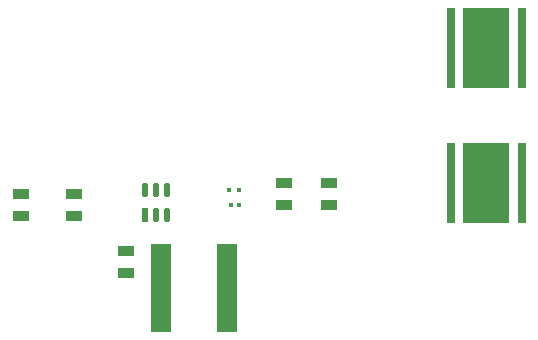
<source format=gtp>
G04*
G04 #@! TF.GenerationSoftware,Altium Limited,Altium Designer,23.0.1 (38)*
G04*
G04 Layer_Color=8421504*
%FSLAX44Y44*%
%MOMM*%
G71*
G04*
G04 #@! TF.SameCoordinates,0F5A5953-1C99-4B13-B072-97D860EFC2FA*
G04*
G04*
G04 #@! TF.FilePolarity,Positive*
G04*
G01*
G75*
%ADD14R,0.4500X0.4500*%
%ADD15R,0.4500X0.3500*%
%ADD16R,1.8000X7.5000*%
G04:AMPARAMS|DCode=17|XSize=1.2544mm|YSize=0.5321mm|CornerRadius=0.2661mm|HoleSize=0mm|Usage=FLASHONLY|Rotation=90.000|XOffset=0mm|YOffset=0mm|HoleType=Round|Shape=RoundedRectangle|*
%AMROUNDEDRECTD17*
21,1,1.2544,0.0000,0,0,90.0*
21,1,0.7223,0.5321,0,0,90.0*
1,1,0.5321,0.0000,0.3611*
1,1,0.5321,0.0000,-0.3611*
1,1,0.5321,0.0000,-0.3611*
1,1,0.5321,0.0000,0.3611*
%
%ADD17ROUNDEDRECTD17*%
%ADD18R,0.5321X1.2544*%
%ADD19R,1.4000X0.9500*%
%ADD20R,3.9000X6.7600*%
%ADD21R,0.7000X6.7600*%
D14*
X322200Y203200D02*
D03*
X330200D02*
D03*
D15*
X323700Y190500D02*
D03*
X330200D02*
D03*
D16*
X320100Y120650D02*
D03*
X264100D02*
D03*
D17*
X250850Y203200D02*
D03*
X260350D02*
D03*
X269850D02*
D03*
Y182194D02*
D03*
X260350D02*
D03*
D18*
X250850D02*
D03*
D19*
X406400Y209000D02*
D03*
Y190500D02*
D03*
X234950Y151850D02*
D03*
Y133350D02*
D03*
X146050Y181250D02*
D03*
Y199750D02*
D03*
X190500Y181250D02*
D03*
Y199750D02*
D03*
X368300Y209000D02*
D03*
Y190500D02*
D03*
D20*
X539750Y323850D02*
D03*
Y209550D02*
D03*
D21*
X569750Y323850D02*
D03*
X509750D02*
D03*
X569750Y209550D02*
D03*
X509750D02*
D03*
M02*

</source>
